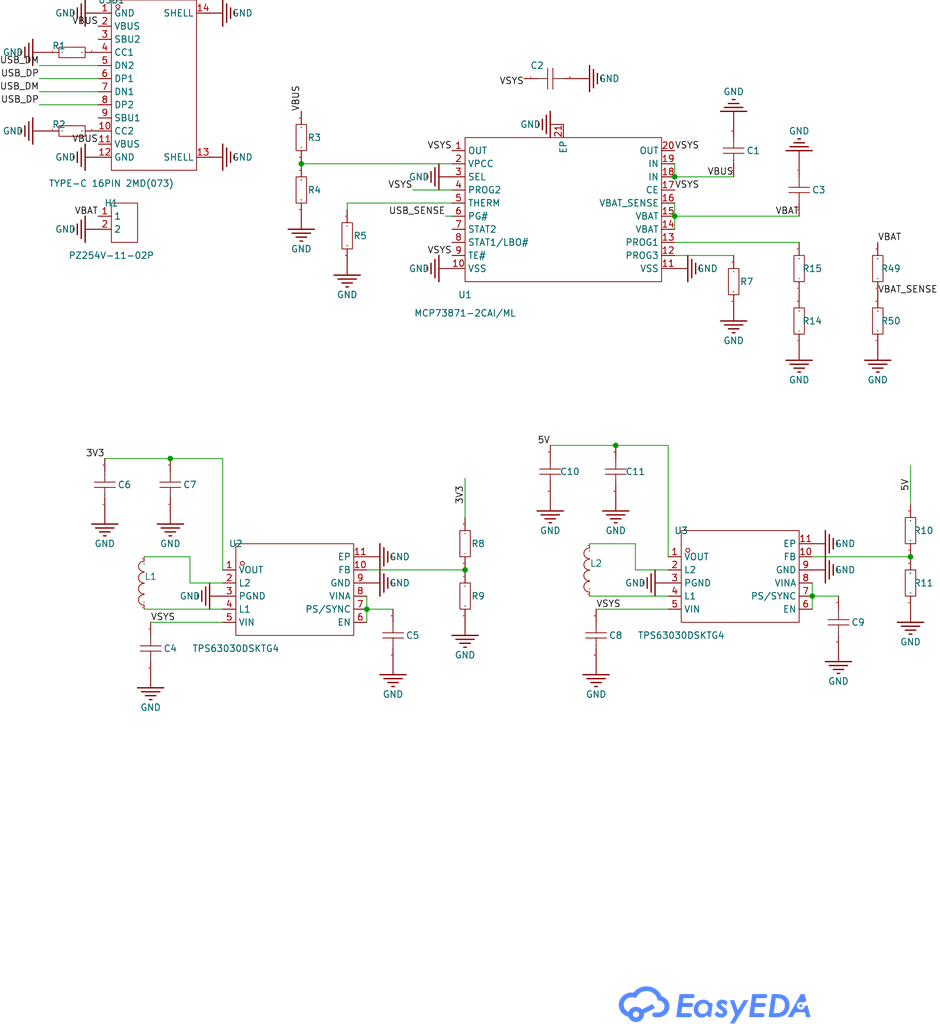
<source format=kicad_sch>
(kicad_sch (version 20250114) (generator "eeschema") (generator_version "9.0")
  (paper "User" 182.245 198.552)
  (lib_symbols
    (symbol "EasyEDA-Pr-easyedapro:CAP"
      (symbol "CAP_1_0"
        (pin input line (at -5.08 0 0) (length 2.54) (name "2") (number "2"))
        (pin input line (at 5.08 0 180) (length 2.54) (name "1") (number "1"))
      )
    )
    (symbol "EasyEDA-Pr-easyedapro:Drawing-Symbol_A4")
    (symbol "EasyEDA-Pr-easyedapro:Ground-GND" (power) (pin_numbers (hide yes)) (pin_names (hide yes))
      (property "Value" "GND" (at 0 -6.35 0))
      (symbol "Ground-GND_1_0"
        (pin power_in line (at 0 0 270) (length 2.54) (name "GND") (number "1"))
      )
    )
    (symbol "EasyEDA-Pr-easyedapro:MCP73871-2CAI/ML"
      (property "Reference" "U" (at 0 0 0))
      (symbol "MCP73871-2CAI/ML_1_0"
        (pin unspecified line (at -21.59 11.43 0) (length 2.54) (name "OUT") (number "1"))
        (pin unspecified line (at -21.59 8.89 0) (length 2.54) (name "VPCC") (number "2"))
        (pin unspecified line (at -21.59 6.35 0) (length 2.54) (name "SEL") (number "3"))
        (pin unspecified line (at -21.59 3.81 0) (length 2.54) (name "PROG2") (number "4"))
        (pin unspecified line (at -21.59 1.27 0) (length 2.54) (name "THERM") (number "5"))
        (pin unspecified line (at -21.59 -1.27 0) (length 2.54) (name "PG#") (number "6"))
        (pin unspecified line (at -21.59 -3.81 0) (length 2.54) (name "STAT2") (number "7"))
        (pin unspecified line (at -21.59 -6.35 0) (length 2.54) (name "STAT1/LBO#") (number "8"))
        (pin unspecified line (at -21.59 -8.89 0) (length 2.54) (name "TE#") (number "9"))
        (pin unspecified line (at -21.59 -11.43 0) (length 2.54) (name "VSS") (number "10"))
        (pin unspecified line (at 0 16.51 270) (length 2.54) (name "EP") (number "21"))
        (pin unspecified line (at 21.59 11.43 180) (length 2.54) (name "OUT") (number "20"))
        (pin unspecified line (at 21.59 8.89 180) (length 2.54) (name "IN") (number "19"))
        (pin unspecified line (at 21.59 6.35 180) (length 2.54) (name "IN") (number "18"))
        (pin unspecified line (at 21.59 3.81 180) (length 2.54) (name "CE") (number "17"))
        (pin unspecified line (at 21.59 1.27 180) (length 2.54) (name "VBAT_SENSE") (number "16"))
        (pin unspecified line (at 21.59 -1.27 180) (length 2.54) (name "VBAT") (number "15"))
        (pin unspecified line (at 21.59 -3.81 180) (length 2.54) (name "VBAT") (number "14"))
        (pin unspecified line (at 21.59 -6.35 180) (length 2.54) (name "PROG1") (number "13"))
        (pin unspecified line (at 21.59 -8.89 180) (length 2.54) (name "PROG3") (number "12"))
        (pin unspecified line (at 21.59 -11.43 180) (length 2.54) (name "VSS") (number "11"))
      )
    )
    (symbol "EasyEDA-Pr-easyedapro:PZ254V-11-02P"
      (property "Reference" "H" (at 0 0 0))
      (symbol "PZ254V-11-02P_1_0"
        (pin unspecified line (at -5.08 1.27 0) (length 2.54) (name "1") (number "1"))
        (pin unspecified line (at -5.08 -1.27 0) (length 2.54) (name "2") (number "2"))
      )
    )
    (symbol "EasyEDA-Pr-easyedapro:Res"
      (symbol "Res_1_0"
        (pin input line (at -5.08 0 0) (length 2.54) (name "1") (number "1"))
        (pin input line (at 5.08 0 180) (length 2.54) (name "2") (number "2"))
      )
    )
    (symbol "EasyEDA-Pr-easyedapro:TPS63030DSKTG4"
      (property "Reference" "U" (at 0 0 0))
      (symbol "TPS63030DSKTG4_1_0"
        (pin input line (at -13.97 3.81 0) (length 2.54) (name "VOUT") (number "1"))
        (pin input line (at -13.97 1.27 0) (length 2.54) (name "L2") (number "2"))
        (pin input line (at -13.97 -1.27 0) (length 2.54) (name "PGND") (number "3"))
        (pin input line (at -13.97 -3.81 0) (length 2.54) (name "L1") (number "4"))
        (pin input line (at -13.97 -6.35 0) (length 2.54) (name "VIN") (number "5"))
        (pin input line (at 13.97 6.35 180) (length 2.54) (name "EP") (number "11"))
        (pin input line (at 13.97 3.81 180) (length 2.54) (name "FB") (number "10"))
        (pin input line (at 13.97 1.27 180) (length 2.54) (name "GND") (number "9"))
        (pin input line (at 13.97 -1.27 180) (length 2.54) (name "VINA") (number "8"))
        (pin input line (at 13.97 -3.81 180) (length 2.54) (name "PS/SYNC") (number "7"))
        (pin input line (at 13.97 -6.35 180) (length 2.54) (name "EN") (number "6"))
      )
    )
    (symbol "EasyEDA-Pr-easyedapro:TYPE-C 16PIN 2MD(073)"
      (property "Reference" "USB" (at 0 0 0))
      (symbol "TYPE-C 16PIN 2MD(073)_1_0"
        (pin unspecified line (at -11.43 13.97 0) (length 2.54) (name "GND") (number "1"))
        (pin unspecified line (at -11.43 11.43 0) (length 2.54) (name "VBUS") (number "2"))
        (pin unspecified line (at -11.43 8.89 0) (length 2.54) (name "SBU2") (number "3"))
        (pin unspecified line (at -11.43 6.35 0) (length 2.54) (name "CC1") (number "4"))
        (pin unspecified line (at -11.43 3.81 0) (length 2.54) (name "DN2") (number "5"))
        (pin unspecified line (at -11.43 1.27 0) (length 2.54) (name "DP1") (number "6"))
        (pin unspecified line (at -11.43 -1.27 0) (length 2.54) (name "DN1") (number "7"))
        (pin unspecified line (at -11.43 -3.81 0) (length 2.54) (name "DP2") (number "8"))
        (pin unspecified line (at -11.43 -6.35 0) (length 2.54) (name "SBU1") (number "9"))
        (pin unspecified line (at -11.43 -8.89 0) (length 2.54) (name "CC2") (number "10"))
        (pin unspecified line (at -11.43 -11.43 0) (length 2.54) (name "VBUS") (number "11"))
        (pin unspecified line (at -11.43 -13.97 0) (length 2.54) (name "GND") (number "12"))
        (pin unspecified line (at 10.16 13.97 180) (length 2.54) (name "SHELL") (number "14"))
        (pin unspecified line (at 10.16 -13.97 180) (length 2.54) (name "SHELL") (number "13"))
      )
    )
    (symbol "EasyEDA-Pr-easyedapro:电感"
      (symbol "电感_1_0"
        (pin input line (at -5.08 0 0) (length 0.762) (name "1") (number "1"))
        (pin input line (at 5.08 0 180) (length 0.762) (name "2") (number "2"))
      )
    )
  )
  (junction (at 119.38 86.36))
  (junction (at 176.53 107.95))
  (junction (at 130.81 34.29))
  (junction (at 90.17 110.49))
  (junction (at 58.42 31.75))
  (junction (at 130.81 41.91))
  (junction (at 71.12 118.11))
  (junction (at 33.02 88.9))
  (junction (at 157.48 115.57))
  (wire (pts (xy 19.05 17.78) (xy 7.62 17.78)))
  (wire (pts (xy 43.18 118.11) (xy 27.94 118.11)))
  (wire (pts (xy 154.94 41.91) (xy 130.81 41.91)))
  (wire (pts (xy 33.02 88.9) (xy 20.32 88.9)))
  (wire (pts (xy 43.18 113.03) (xy 36.83 113.03)))
  (wire (pts (xy 176.53 90.17) (xy 176.53 97.79)))
  (wire (pts (xy 36.83 107.95) (xy 36.83 113.03)))
  (wire (pts (xy 130.81 31.75) (xy 130.81 34.29)))
  (wire (pts (xy 157.48 115.57) (xy 157.48 113.03)))
  (wire (pts (xy 36.83 107.95) (xy 27.94 107.95)))
  (wire (pts (xy 142.24 49.53) (xy 130.81 49.53)))
  (wire (pts (xy 90.17 110.49) (xy 71.12 110.49)))
  (wire (pts (xy 119.38 86.36) (xy 129.54 86.36)))
  (wire (pts (xy 87.63 31.75) (xy 58.42 31.75)))
  (wire (pts (xy 33.02 88.9) (xy 43.18 88.9)))
  (wire (pts (xy 43.18 110.49) (xy 43.18 88.9)))
  (wire (pts (xy 119.38 86.36) (xy 106.68 86.36)))
  (wire (pts (xy 123.19 105.41) (xy 114.3 105.41)))
  (wire (pts (xy 67.31 39.37) (xy 67.31 40.64)))
  (wire (pts (xy 71.12 120.65) (xy 71.12 118.11)))
  (wire (pts (xy 87.63 39.37) (xy 67.31 39.37)))
  (wire (pts (xy 142.24 34.29) (xy 130.81 34.29)))
  (wire (pts (xy 19.05 15.24) (xy 7.62 15.24)))
  (wire (pts (xy 71.12 118.11) (xy 76.2 118.11)))
  (wire (pts (xy 130.81 41.91) (xy 130.81 44.45)))
  (wire (pts (xy 19.05 12.7) (xy 7.62 12.7)))
  (wire (pts (xy 123.19 105.41) (xy 123.19 110.49)))
  (wire (pts (xy 154.94 46.99) (xy 130.81 46.99)))
  (wire (pts (xy 176.53 107.95) (xy 157.48 107.95)))
  (wire (pts (xy 157.48 118.11) (xy 157.48 115.57)))
  (wire (pts (xy 129.54 110.49) (xy 123.19 110.49)))
  (wire (pts (xy 157.48 115.57) (xy 162.56 115.57)))
  (wire (pts (xy 19.05 20.32) (xy 7.62 20.32)))
  (wire (pts (xy 86.36 41.91) (xy 87.63 41.91)))
  (wire (pts (xy 129.54 115.57) (xy 114.3 115.57)))
  (wire (pts (xy 80.01 36.83) (xy 87.63 36.83)))
  (wire (pts (xy 115.57 118.11) (xy 129.54 118.11)))
  (wire (pts (xy 129.54 107.95) (xy 129.54 86.36)))
  (wire (pts (xy 71.12 118.11) (xy 71.12 115.57)))
  (wire (pts (xy 29.21 120.65) (xy 43.18 120.65)))
  (wire (pts (xy 90.17 92.71) (xy 90.17 100.33)))
  (wire (pts (xy 130.81 41.91) (xy 130.81 39.37)))
  (label "VBAT" (at 19.05 41.91 180))
  (label "VSYS" (at 87.63 49.53 180))
  (label "VBUS" (at 19.05 27.94 180))
  (label "5V" (at 106.68 86.36 180))
  (label "VBUS" (at 58.42 21.59 90))
  (label "VBAT" (at 154.94 41.91 180))
  (label "VBAT" (at 170.18 46.99 0))
  (label "3V3" (at 20.32 88.9 180))
  (label "VSYS" (at 130.81 29.21 0))
  (label "VSYS" (at 101.6 15.24 180))
  (label "5V" (at 176.53 95.25 90))
  (label "VBAT_SENSE" (at 170.18 57.15 0))
  (label "3V3" (at 90.17 97.79 90))
  (label "VBUS" (at 142.24 34.29 180))
  (label "USB_DP" (at 7.62 15.24 180))
  (label "VSYS" (at 80.01 36.83 180))
  (label "USB_DM" (at 7.62 17.78 180))
  (label "VSYS" (at 87.63 29.21 180))
  (label "VBUS" (at 19.05 5.08 180))
  (label "USB_SENSE" (at 86.36 41.91 180))
  (label "VSYS" (at 130.81 36.83 0))
  (label "VSYS" (at 115.57 118.11 0))
  (label "VSYS" (at 29.21 120.65 0))
  (label "USB_DM" (at 7.62 12.7 180))
  (label "USB_DP" (at 7.62 20.32 180))
  (symbol (lib_id "EasyEDA-Pr-easyedapro:Ground-GND") (at 29.21 130.81 0) (unit 1)
    (property "Reference" "#PWR?" (effects (hide yes)))
    (property "Value" "GND" (at 29.21 137.16 0))
    (property "Footprint" "EasyEDA-Pr-easyedapro:" (effects (hide yes)))
  )
  (symbol (lib_id "EasyEDA-Pr-easyedapro:Ground-GND") (at 71.12 113.03 90) (unit 1)
    (property "Reference" "#PWR?" (effects (hide yes)))
    (property "Value" "GND" (at 77.47 113.03 90))
    (property "Footprint" "EasyEDA-Pr-easyedapro:" (effects (hide yes)))
  )
  (symbol (lib_id "EasyEDA-Pr-easyedapro:Ground-GND") (at 76.2 128.27 0) (unit 1)
    (property "Reference" "#PWR?" (effects (hide yes)))
    (property "Value" "GND" (at 76.2 134.62 0))
    (property "Footprint" "EasyEDA-Pr-easyedapro:" (effects (hide yes)))
  )
  (symbol (lib_id "EasyEDA-Pr-easyedapro:Ground-GND") (at 87.63 52.07 270) (unit 1)
    (property "Reference" "#PWR?" (effects (hide yes)))
    (property "Value" "GND" (at 81.28 52.07 90))
    (property "Footprint" "EasyEDA-Pr-easyedapro:" (effects (hide yes)))
  )
  (symbol (lib_id "EasyEDA-Pr-easyedapro:Res") (at 90.17 115.57 90) (unit 1)
    (property "Reference" "R9" (at 92.71 115.57 90))
    (property "Value" "200kΩ" (effects (hide yes)))
    (property "Footprint" "EasyEDA-Pr-easyedapro:R0603" (effects (hide yes)))
    (property "Datasheet" "https://atta.szlcsc.com/upload/public/pdf/source/20220823/E5DDB4243192CD3C8AE9677163F934FF.pdf" (effects (hide yes)))
    (property "Description" "Type:Thick Film Resistor Resistance:200kΩ Tolerance:±1% Tolerance:±1% Power(Watts):100mW Voltage-Supply(Max):75V Operating Temperature:-55℃~+155℃ Operating Temperature:-55℃~+155℃" (effects (hide yes)))
    (property "Manufacturer Part" "SCR0603F200K" (effects (hide yes)))
    (property "Manufacturer" "VO(翔胜)" (effects (hide yes)))
    (property "Supplier Part" "C5140262" (effects (hide yes)))
    (property "Supplier" "LCSC" (effects (hide yes)))
    (property "LCSC Part Name" "厚膜电阻 200kΩ ±1% 100mW" (effects (hide yes)))
  )
  (symbol (lib_id "EasyEDA-Pr-easyedapro:Ground-GND") (at 111.76 15.24 90) (unit 1)
    (property "Reference" "#PWR?" (effects (hide yes)))
    (property "Value" "GND" (at 118.11 15.24 90))
    (property "Footprint" "EasyEDA-Pr-easyedapro:" (effects (hide yes)))
  )
  (symbol (lib_id "EasyEDA-Pr-easyedapro:Ground-GND") (at 20.32 99.06 0) (unit 1)
    (property "Reference" "#PWR?" (effects (hide yes)))
    (property "Value" "GND" (at 20.32 105.41 0))
    (property "Footprint" "EasyEDA-Pr-easyedapro:" (effects (hide yes)))
  )
  (symbol (lib_id "EasyEDA-Pr-easyedapro:Ground-GND") (at 8.89 25.4 270) (unit 1)
    (property "Reference" "#PWR?" (effects (hide yes)))
    (property "Value" "GND" (at 2.54 25.4 90))
    (property "Footprint" "EasyEDA-Pr-easyedapro:" (effects (hide yes)))
  )
  (symbol (lib_id "EasyEDA-Pr-easyedapro:Ground-GND") (at 109.22 24.13 270) (unit 1)
    (property "Reference" "#PWR?" (effects (hide yes)))
    (property "Value" "GND" (at 102.87 24.13 90))
    (property "Footprint" "EasyEDA-Pr-easyedapro:" (effects (hide yes)))
  )
  (symbol (lib_id "EasyEDA-Pr-easyedapro:CAP") (at 162.56 120.65 90) (unit 1)
    (property "Reference" "C9" (at 166.37 120.65 90))
    (property "Value" "100nF" (effects (hide yes)))
    (property "Footprint" "EasyEDA-Pr-easyedapro:C0603" (effects (hide yes)))
    (property "Datasheet" "https://item.szlcsc.com/datasheet/CC0603KRX7R9BB104/15331.html" (effects (hide yes)))
    (property "Description" "Capacitance:100nF Tolerance:±10% Tolerance:±10% Voltage Rating:50V Temperature Coefficient:X7R" (effects (hide yes)))
    (property "Manufacturer Part" "CC0603KRX7R9BB104" (effects (hide yes)))
    (property "Manufacturer" "YAGEO(国巨)" (effects (hide yes)))
    (property "Supplier Part" "C14663" (effects (hide yes)))
    (property "Supplier" "LCSC" (effects (hide yes)))
    (property "LCSC Part Name" "100nF ±10% 50V" (effects (hide yes)))
  )
  (symbol (lib_id "EasyEDA-Pr-easyedapro:Ground-GND") (at 33.02 99.06 0) (unit 1)
    (property "Reference" "#PWR?" (effects (hide yes)))
    (property "Value" "GND" (at 33.02 105.41 0))
    (property "Footprint" "EasyEDA-Pr-easyedapro:" (effects (hide yes)))
  )
  (symbol (lib_id "EasyEDA-Pr-easyedapro:Res") (at 90.17 105.41 90) (unit 1)
    (property "Reference" "R8" (at 92.71 105.41 90))
    (property "Value" "1.13MΩ" (effects (hide yes)))
    (property "Footprint" "EasyEDA-Pr-easyedapro:R0603" (effects (hide yes)))
    (property "Datasheet" "https://item.szlcsc.com/datasheet/RTT031134FTP/178290.html" (effects (hide yes)))
    (property "Description" "Type:Thick Film Resistor Resistance:1.13MΩ Tolerance:±1% Tolerance:±1% Power(Watts):100mW Voltage-Supply(Max):75V Temperature Coefficient:±100ppm/℃ Temperature Coefficient:±100ppm/℃ Operating Temperature:-55℃~+155℃ Operating Temperature:-55℃~+155℃" (effects (hide yes)))
    (property "Manufacturer Part" "RTT031134FTP" (effects (hide yes)))
    (property "Manufacturer" "RALEC(旺诠)" (effects (hide yes)))
    (property "Supplier Part" "C166907" (effects (hide yes)))
    (property "Supplier" "LCSC" (effects (hide yes)))
    (property "LCSC Part Name" "厚膜电阻 1.13MΩ ±1% 100mW" (effects (hide yes)))
  )
  (symbol (lib_id "EasyEDA-Pr-easyedapro:MCP73871-2CAI/ML") (at 109.22 40.64 0) (unit 1)
    (property "Reference" "U1" (at 90.17 57.15 0))
    (property "Value" "MCP73871-2CAI/ML" (at 90.17 60.706 0))
    (property "Footprint" "EasyEDA-Pr-easyedapro:QFN-20_L4.0-W4.0-P0.50-BL-EP2.7" (effects (hide yes)))
    (property "Datasheet" "https://item.szlcsc.com/datasheet/MCP73871-2CAI%252FML/197008.html" (effects (hide yes)))
    (property "Description" "The Chip Type:Charging IC Voltage - Supply:4.6V~6V Voltage - Supply:4.6V~6V Charge Current - Max:1.8A Charging Saturation Voltage:4.2V Type of Battery:- Number of Cells:1 Number of Cells:1 Operating Temperature:-40°C~+85°C Operating Temperature:-40°C~+85°C Ba" (effects (hide yes)))
    (property "Manufacturer Part" "MCP73871-2CAI/ML" (effects (hide yes)))
    (property "Manufacturer" "MICROCHIP(美国微芯)" (effects (hide yes)))
    (property "Supplier Part" "C185603" (effects (hide yes)))
    (property "Supplier" "LCSC" (effects (hide yes)))
    (property "LCSC Part Name" "独立系统负载共享及锂离子/锂聚合物电池充电管理控制器" (effects (hide yes)))
  )
  (symbol (lib_id "EasyEDA-Pr-easyedapro:Res") (at 176.53 113.03 90) (unit 1)
    (property "Reference" "R11" (at 179.07 113.03 90))
    (property "Value" "200kΩ" (effects (hide yes)))
    (property "Footprint" "EasyEDA-Pr-easyedapro:R0603" (effects (hide yes)))
    (property "Datasheet" "https://atta.szlcsc.com/upload/public/pdf/source/20220823/E5DDB4243192CD3C8AE9677163F934FF.pdf" (effects (hide yes)))
    (property "Description" "Type:Thick Film Resistor Resistance:200kΩ Tolerance:±1% Tolerance:±1% Power(Watts):100mW Voltage-Supply(Max):75V Operating Temperature:-55℃~+155℃ Operating Temperature:-55℃~+155℃" (effects (hide yes)))
    (property "Manufacturer Part" "SCR0603F200K" (effects (hide yes)))
    (property "Manufacturer" "VO(翔胜)" (effects (hide yes)))
    (property "Supplier Part" "C5140262" (effects (hide yes)))
    (property "Supplier" "LCSC" (effects (hide yes)))
    (property "LCSC Part Name" "厚膜电阻 200kΩ ±1% 100mW" (effects (hide yes)))
  )
  (symbol (lib_id "EasyEDA-Pr-easyedapro:Res") (at 13.97 10.16 0) (unit 1)
    (property "Reference" "R1" (at 11.43 8.89 0))
    (property "Value" "5.1kΩ" (effects (hide yes)))
    (property "Footprint" "EasyEDA-Pr-easyedapro:R0603" (effects (hide yes)))
    (property "Datasheet" "https://item.szlcsc.com/datasheet/HoAR0603-1%252F10W-5.1KR-0.1%2525-TCR25/5717802.html" (effects (hide yes)))
    (property "Description" "Type:Ceramic resistor Resistance:5.1kΩ Tolerance:±0.1% Tolerance:±0.1% Power(Watts):1/10W Temperature Coefficient:±25ppm/℃ Temperature Coefficient:±25ppm/℃" (effects (hide yes)))
    (property "Manufacturer Part" "HoAR0603-1/10W-5.1KR-0.1%-TCR25" (effects (hide yes)))
    (property "Manufacturer" "Milliohm(毫欧)" (effects (hide yes)))
    (property "Supplier Part" "C5123587" (effects (hide yes)))
    (property "Supplier" "LCSC" (effects (hide yes)))
    (property "LCSC Part Name" "陶瓷电阻 5.1kΩ ±0.1% 100mW" (effects (hide yes)))
  )
  (symbol (lib_id "EasyEDA-Pr-easyedapro:Res") (at 67.31 45.72 90) (unit 1)
    (property "Reference" "R5" (at 69.85 45.72 90))
    (property "Value" "10kΩ" (effects (hide yes)))
    (property "Footprint" "EasyEDA-Pr-easyedapro:R0603" (effects (hide yes)))
    (property "Datasheet" "https://atta.szlcsc.com/upload/public/pdf/source/20220513/247AF9639BA21CF93567DC289CCC6A22.pdf" (effects (hide yes)))
    (property "Description" "Type:Thick Film Resistors Resistance: Tolerance:±5% Tolerance:±5% Power(Watts): Overload Voltage (Max): Operating Temperature Range:-55℃~+155℃ Operating Temperature Range:-55℃~+155℃" (effects (hide yes)))
    (property "Manufacturer Part" "SCR0603J10K" (effects (hide yes)))
    (property "Manufacturer" "VO(翔胜)" (effects (hide yes)))
    (property "Supplier Part" "C3017715" (effects (hide yes)))
    (property "Supplier" "LCSC" (effects (hide yes)))
    (property "LCSC Part Name" "厚膜电阻 10kΩ ±5% 100mW" (effects (hide yes)))
  )
  (symbol (lib_id "EasyEDA-Pr-easyedapro:Ground-GND") (at 40.64 30.48 90) (unit 1)
    (property "Reference" "#PWR?" (effects (hide yes)))
    (property "Value" "GND" (at 46.99 30.48 90))
    (property "Footprint" "EasyEDA-Pr-easyedapro:" (effects (hide yes)))
  )
  (symbol (lib_id "EasyEDA-Pr-easyedapro:Ground-GND") (at 154.94 31.75 180) (unit 1)
    (property "Reference" "#PWR?" (effects (hide yes)))
    (property "Value" "GND" (at 154.94 25.4 0))
    (property "Footprint" "EasyEDA-Pr-easyedapro:" (effects (hide yes)))
  )
  (symbol (lib_id "EasyEDA-Pr-easyedapro:Drawing-Symbol_A4") (at -5.08 201.93 0) (unit 1)
    (property "Reference" "?" (at -5.08 201.93 0))
    (property "Footprint" "EasyEDA-Pr-easyedapro:" (effects (hide yes)))
    (property "@Board Name" "Board1" (at -5.08 201.93 0))
    (property "@Create Date" "2025-12-25" (at -5.08 201.93 0))
    (property "@Create Time" "15:04:21" (at -5.08 201.93 0))
    (property "@Page Count" "3" (at -5.08 201.93 0))
    (property "@Page Name" "Power" (at -5.08 201.93 0))
    (property "@Page No" "1" (at -5.08 201.93 0))
    (property "@Project Name" "FurModularity 2" (at -5.08 201.93 0))
    (property "@Schematic Name" "Schematic1" (at -5.08 201.93 0))
    (property "@Update Date" "2025-12-27" (at -5.08 201.93 0))
    (property "@Update Time" "18:04:29" (at -5.08 201.93 0))
    (property "Blade Width" "10" (at -5.08 201.93 0))
    (property "Border" "1" (at -5.08 201.93 0))
    (property "Company" "housey2k.github.io" (at -5.08 201.93 0))
    (property "Height" "825" (at -5.08 201.93 0))
    (property "Page Size" "A4" (at -5.08 201.93 0))
    (property "Region Start" "1" (at -5.08 201.93 0))
    (property "Title Block" "1" (at -5.08 201.93 0))
    (property "Title Block Position" "3" (at -5.08 201.93 0))
    (property "Version" "V1.0" (at -5.08 201.93 0))
    (property "Width" "1170" (at -5.08 201.93 0))
    (property "X Region Count" "6" (at -5.08 201.93 0))
    (property "Y Region Count" "4" (at -5.08 201.93 0))
  )
  (symbol (lib_id "EasyEDA-Pr-easyedapro:Ground-GND") (at 170.18 67.31 0) (unit 1)
    (property "Reference" "#PWR?" (effects (hide yes)))
    (property "Value" "GND" (at 170.18 73.66 0))
    (property "Footprint" "EasyEDA-Pr-easyedapro:" (effects (hide yes)))
  )
  (symbol (lib_id "EasyEDA-Pr-easyedapro:Res") (at 58.42 36.83 90) (unit 1)
    (property "Reference" "R4" (at 60.96 36.83 90))
    (property "Value" "110kΩ" (effects (hide yes)))
    (property "Footprint" "EasyEDA-Pr-easyedapro:R0603" (effects (hide yes)))
    (property "Datasheet" "https://item.szlcsc.com/datasheet/PTFR0603B110KN9/2806377.html" (effects (hide yes)))
    (property "Description" "Type:Thin Film Resistor Resistance:110kΩ Tolerance:±0.1% Tolerance:±0.1% Power(Watts):100mW Voltage-Supply(Max):100V Temperature Coefficient:±10ppm/℃ Temperature Coefficient:±10ppm/℃ Operating Temperature:-55℃~+125℃ Operating Temperature:-55℃~+125℃" (effects (hide yes)))
    (property "Manufacturer Part" "PTFR0603B110KN9" (effects (hide yes)))
    (property "Manufacturer" "RESI(开步睿思)" (effects (hide yes)))
    (property "Supplier Part" "C2692888" (effects (hide yes)))
    (property "Supplier" "LCSC" (effects (hide yes)))
    (property "LCSC Part Name" "薄膜电阻 110kΩ ±0.1% 100mW" (effects (hide yes)))
  )
  (symbol (lib_id "EasyEDA-Pr-easyedapro:Ground-GND") (at 58.42 41.91 0) (unit 1)
    (property "Reference" "#PWR?" (effects (hide yes)))
    (property "Value" "GND" (at 58.42 48.26 0))
    (property "Footprint" "EasyEDA-Pr-easyedapro:" (effects (hide yes)))
  )
  (symbol (lib_id "EasyEDA-Pr-easyedapro:CAP") (at 20.32 93.98 90) (unit 1)
    (property "Reference" "C6" (at 24.13 93.98 90))
    (property "Value" "10uF" (effects (hide yes)))
    (property "Footprint" "EasyEDA-Pr-easyedapro:C0603" (effects (hide yes)))
    (property "Datasheet" "https://item.szlcsc.com/datasheet/C0603B106M007T/8060709.html" (effects (hide yes)))
    (property "Description" "Capacitance:10uF Tolerance:±20% Tolerance:±20% Voltage Rating:6.3V Temperature Coefficient:X5R" (effects (hide yes)))
    (property "Manufacturer Part" "C0603B106M007T" (effects (hide yes)))
    (property "Manufacturer" "IHHEC(禾伸堂)" (effects (hide yes)))
    (property "Supplier Part" "C7094065" (effects (hide yes)))
    (property "Supplier" "LCSC" (effects (hide yes)))
    (property "LCSC Part Name" "10uF ±20% 6.3V" (effects (hide yes)))
  )
  (symbol (lib_id "EasyEDA-Pr-easyedapro:CAP") (at 115.57 123.19 90) (unit 1)
    (property "Reference" "C8" (at 119.38 123.19 90))
    (property "Value" "10uF" (effects (hide yes)))
    (property "Footprint" "EasyEDA-Pr-easyedapro:C0603" (effects (hide yes)))
    (property "Datasheet" "https://item.szlcsc.com/datasheet/C0603B106M007T/8060709.html" (effects (hide yes)))
    (property "Description" "Capacitance:10uF Tolerance:±20% Tolerance:±20% Voltage Rating:6.3V Temperature Coefficient:X5R" (effects (hide yes)))
    (property "Manufacturer Part" "C0603B106M007T" (effects (hide yes)))
    (property "Manufacturer" "IHHEC(禾伸堂)" (effects (hide yes)))
    (property "Supplier Part" "C7094065" (effects (hide yes)))
    (property "Supplier" "LCSC" (effects (hide yes)))
    (property "LCSC Part Name" "10uF ±20% 6.3V" (effects (hide yes)))
  )
  (symbol (lib_id "EasyEDA-Pr-easyedapro:Res") (at 13.97 25.4 0) (unit 1)
    (property "Reference" "R2" (at 11.43 24.13 0))
    (property "Value" "5.1kΩ" (effects (hide yes)))
    (property "Footprint" "EasyEDA-Pr-easyedapro:R0603" (effects (hide yes)))
    (property "Datasheet" "https://item.szlcsc.com/datasheet/HoAR0603-1%252F10W-5.1KR-0.1%2525-TCR25/5717802.html" (effects (hide yes)))
    (property "Description" "Type:Ceramic resistor Resistance:5.1kΩ Tolerance:±0.1% Tolerance:±0.1% Power(Watts):1/10W Temperature Coefficient:±25ppm/℃ Temperature Coefficient:±25ppm/℃" (effects (hide yes)))
    (property "Manufacturer Part" "HoAR0603-1/10W-5.1KR-0.1%-TCR25" (effects (hide yes)))
    (property "Manufacturer" "Milliohm(毫欧)" (effects (hide yes)))
    (property "Supplier Part" "C5123587" (effects (hide yes)))
    (property "Supplier" "LCSC" (effects (hide yes)))
    (property "LCSC Part Name" "陶瓷电阻 5.1kΩ ±0.1% 100mW" (effects (hide yes)))
  )
  (symbol (lib_id "EasyEDA-Pr-easyedapro:CAP") (at 29.21 125.73 90) (unit 1)
    (property "Reference" "C4" (at 33.02 125.73 90))
    (property "Value" "10uF" (effects (hide yes)))
    (property "Footprint" "EasyEDA-Pr-easyedapro:C0603" (effects (hide yes)))
    (property "Datasheet" "https://item.szlcsc.com/datasheet/C0603B106M007T/8060709.html" (effects (hide yes)))
    (property "Description" "Capacitance:10uF Tolerance:±20% Tolerance:±20% Voltage Rating:6.3V Temperature Coefficient:X5R" (effects (hide yes)))
    (property "Manufacturer Part" "C0603B106M007T" (effects (hide yes)))
    (property "Manufacturer" "IHHEC(禾伸堂)" (effects (hide yes)))
    (property "Supplier Part" "C7094065" (effects (hide yes)))
    (property "Supplier" "LCSC" (effects (hide yes)))
    (property "LCSC Part Name" "10uF ±20% 6.3V" (effects (hide yes)))
  )
  (symbol (lib_id "EasyEDA-Pr-easyedapro:Ground-GND") (at 142.24 59.69 0) (unit 1)
    (property "Reference" "#PWR?" (effects (hide yes)))
    (property "Value" "GND" (at 142.24 66.04 0))
    (property "Footprint" "EasyEDA-Pr-easyedapro:" (effects (hide yes)))
  )
  (symbol (lib_id "EasyEDA-Pr-easyedapro:Ground-GND") (at 176.53 118.11 0) (unit 1)
    (property "Reference" "#PWR?" (effects (hide yes)))
    (property "Value" "GND" (at 176.53 124.46 0))
    (property "Footprint" "EasyEDA-Pr-easyedapro:" (effects (hide yes)))
  )
  (symbol (lib_id "EasyEDA-Pr-easyedapro:CAP") (at 33.02 93.98 90) (unit 1)
    (property "Reference" "C7" (at 36.83 93.98 90))
    (property "Value" "10uF" (effects (hide yes)))
    (property "Footprint" "EasyEDA-Pr-easyedapro:C0603" (effects (hide yes)))
    (property "Datasheet" "https://item.szlcsc.com/datasheet/C0603B106M007T/8060709.html" (effects (hide yes)))
    (property "Description" "Capacitance:10uF Tolerance:±20% Tolerance:±20% Voltage Rating:6.3V Temperature Coefficient:X5R" (effects (hide yes)))
    (property "Manufacturer Part" "C0603B106M007T" (effects (hide yes)))
    (property "Manufacturer" "IHHEC(禾伸堂)" (effects (hide yes)))
    (property "Supplier Part" "C7094065" (effects (hide yes)))
    (property "Supplier" "LCSC" (effects (hide yes)))
    (property "LCSC Part Name" "10uF ±20% 6.3V" (effects (hide yes)))
  )
  (symbol (lib_id "EasyEDA-Pr-easyedapro:Res") (at 154.94 52.07 90) (unit 1)
    (property "Reference" "R15" (at 157.48 52.07 90))
    (property "Value" "1kΩ" (effects (hide yes)))
    (property "Footprint" "EasyEDA-Pr-easyedapro:R0603" (effects (hide yes)))
    (property "Datasheet" "https://item.szlcsc.com/datasheet/0603WAF1001T5E/21904.html" (effects (hide yes)))
    (property "Description" "Type:Thick Film Resistor Resistance:1kΩ Tolerance:±1% Tolerance:±1% Power(Watts):100mW Voltage-Supply(Max):75V Temperature Coefficient:±100ppm/℃ Temperature Coefficient:±100ppm/℃ Operating Temperature:-55℃~+155℃ Operating Temperature:-55℃~+155℃" (effects (hide yes)))
    (property "Manufacturer Part" "0603WAF1001T5E" (effects (hide yes)))
    (property "Manufacturer" "UNI-ROYAL(厚声)" (effects (hide yes)))
    (property "Supplier Part" "C21190" (effects (hide yes)))
    (property "Supplier" "LCSC" (effects (hide yes)))
    (property "LCSC Part Name" "1kΩ ±1% 100mW 厚膜电阻" (effects (hide yes)))
  )
  (symbol (lib_id "EasyEDA-Pr-easyedapro:Ground-GND") (at 142.24 24.13 180) (unit 1)
    (property "Reference" "#PWR?" (effects (hide yes)))
    (property "Value" "GND" (at 142.24 17.78 0))
    (property "Footprint" "EasyEDA-Pr-easyedapro:" (effects (hide yes)))
  )
  (symbol (lib_id "EasyEDA-Pr-easyedapro:Ground-GND") (at 19.05 44.45 270) (unit 1)
    (property "Reference" "#PWR?" (effects (hide yes)))
    (property "Value" "GND" (at 12.7 44.45 90))
    (property "Footprint" "EasyEDA-Pr-easyedapro:" (effects (hide yes)))
  )
  (symbol (lib_id "EasyEDA-Pr-easyedapro:Res") (at 154.94 62.23 90) (unit 1)
    (property "Reference" "R14" (at 157.48 62.23 90))
    (property "Value" "1kΩ" (effects (hide yes)))
    (property "Footprint" "EasyEDA-Pr-easyedapro:R0603" (effects (hide yes)))
    (property "Datasheet" "https://item.szlcsc.com/datasheet/0603WAF1001T5E/21904.html" (effects (hide yes)))
    (property "Description" "Type:Thick Film Resistor Resistance:1kΩ Tolerance:±1% Tolerance:±1% Power(Watts):100mW Voltage-Supply(Max):75V Temperature Coefficient:±100ppm/℃ Temperature Coefficient:±100ppm/℃ Operating Temperature:-55℃~+155℃ Operating Temperature:-55℃~+155℃" (effects (hide yes)))
    (property "Manufacturer Part" "0603WAF1001T5E" (effects (hide yes)))
    (property "Manufacturer" "UNI-ROYAL(厚声)" (effects (hide yes)))
    (property "Supplier Part" "C21190" (effects (hide yes)))
    (property "Supplier" "LCSC" (effects (hide yes)))
    (property "LCSC Part Name" "1kΩ ±1% 100mW 厚膜电阻" (effects (hide yes)))
  )
  (symbol (lib_id "EasyEDA-Pr-easyedapro:Ground-GND") (at 154.94 67.31 0) (unit 1)
    (property "Reference" "#PWR?" (effects (hide yes)))
    (property "Value" "GND" (at 154.94 73.66 0))
    (property "Footprint" "EasyEDA-Pr-easyedapro:" (effects (hide yes)))
  )
  (symbol (lib_id "EasyEDA-Pr-easyedapro:Ground-GND") (at 119.38 96.52 0) (unit 1)
    (property "Reference" "#PWR?" (effects (hide yes)))
    (property "Value" "GND" (at 119.38 102.87 0))
    (property "Footprint" "EasyEDA-Pr-easyedapro:" (effects (hide yes)))
  )
  (symbol (lib_id "EasyEDA-Pr-easyedapro:Ground-GND") (at 115.57 128.27 0) (unit 1)
    (property "Reference" "#PWR?" (effects (hide yes)))
    (property "Value" "GND" (at 115.57 134.62 0))
    (property "Footprint" "EasyEDA-Pr-easyedapro:" (effects (hide yes)))
  )
  (symbol (lib_id "EasyEDA-Pr-easyedapro:电感") (at 27.94 113.03 90) (unit 1)
    (property "Reference" "L1" (at 29.21 111.76 90))
    (property "Value" "1.5uH" (effects (hide yes)))
    (property "Footprint" "EasyEDA-Pr-easyedapro:L0603" (effects (hide yes)))
    (property "Datasheet" "https://item.szlcsc.com/datasheet/LB3218T1R5M/223665.html" (effects (hide yes)))
    (property "Description" "Inductance:1.5uH Tolerance:±20% Tolerance:±20% Current Rating:860mA Current - Saturation (Isat):- DC Resistance(DCR):70mΩ Q @ Frequency:- Frequency - Self Resonant:80MHz Ratings:- Type:Wirewound Chip Inductor" (effects (hide yes)))
    (property "Manufacturer Part" "LB3218T1R5M" (effects (hide yes)))
    (property "Manufacturer" "TAIYO YUDEN(太诱)" (effects (hide yes)))
    (property "Supplier Part" "C223380" (effects (hide yes)))
    (property "Supplier" "LCSC" (effects (hide yes)))
    (property "LCSC Part Name" "1.5uH ±20%" (effects (hide yes)))
  )
  (symbol (lib_id "EasyEDA-Pr-easyedapro:TYPE-C 16PIN 2MD(073)") (at 30.48 16.51 0) (unit 1)
    (property "Reference" "USB1" (at 21.59 0 0))
    (property "Value" "TYPE-C 16PIN 2MD(073)" (at 21.59 35.56 0))
    (property "Footprint" "EasyEDA-Pr-easyedapro:USB-C-SMD_TYPE-C-6PIN-2MD-073" (effects (hide yes)))
    (property "Datasheet" "https://item.szlcsc.com/datasheet/TYPE-C%252016PIN%25202MD(073)/2901843.html" (effects (hide yes)))
    (property "Description" "Connector Type:Type-C Protocol Standard:- Gender:Female Mounting Type:Surface Mount, Right Angle Number of Contacts:16P Number of Ports:1 Current Rating-Power:3A Voltage Rating:5V Connect-Disconnect Life:5,000 Cycles Supplementary Features:- Center Height" (effects (hide yes)))
    (property "Manufacturer Part" "TYPE-C 16PIN 2MD(073)" (effects (hide yes)))
    (property "Manufacturer" "SHOU HAN(首韩)" (effects (hide yes)))
    (property "Supplier Part" "C2765186" (effects (hide yes)))
    (property "Supplier" "LCSC" (effects (hide yes)))
    (property "LCSC Part Name" "Type-C 母 卧贴" (effects (hide yes)))
  )
  (symbol (lib_id "EasyEDA-Pr-easyedapro:Res") (at 142.24 54.61 90) (unit 1)
    (property "Reference" "R7" (at 144.78 54.61 90))
    (property "Value" "100kΩ" (effects (hide yes)))
    (property "Footprint" "EasyEDA-Pr-easyedapro:R0603" (effects (hide yes)))
    (property "Datasheet" "https://atta.szlcsc.com/upload/public/pdf/source/20220513/247AF9639BA21CF93567DC289CCC6A22.pdf" (effects (hide yes)))
    (property "Description" "Type:Thick Film Resistors Resistance: Tolerance:±1% Tolerance:±1% Power(Watts): Overload Voltage (Max): Operating Temperature Range:-55℃~+155℃ Operating Temperature Range:-55℃~+155℃" (effects (hide yes)))
    (property "Manufacturer Part" "SCR0603F100K" (effects (hide yes)))
    (property "Manufacturer" "VO(翔胜)" (effects (hide yes)))
    (property "Supplier Part" "C3016388" (effects (hide yes)))
    (property "Supplier" "LCSC" (effects (hide yes)))
    (property "LCSC Part Name" "厚膜电阻 100kΩ ±1% 100mW" (effects (hide yes)))
  )
  (symbol (lib_id "EasyEDA-Pr-easyedapro:Ground-GND") (at 162.56 125.73 0) (unit 1)
    (property "Reference" "#PWR?" (effects (hide yes)))
    (property "Value" "GND" (at 162.56 132.08 0))
    (property "Footprint" "EasyEDA-Pr-easyedapro:" (effects (hide yes)))
  )
  (symbol (lib_id "EasyEDA-Pr-easyedapro:电感") (at 114.3 110.49 90) (unit 1)
    (property "Reference" "L2" (at 115.57 109.22 90))
    (property "Value" "1.5uH" (effects (hide yes)))
    (property "Footprint" "EasyEDA-Pr-easyedapro:L0603" (effects (hide yes)))
    (property "Datasheet" "https://item.szlcsc.com/datasheet/LB3218T1R5M/223665.html" (effects (hide yes)))
    (property "Description" "Inductance:1.5uH Tolerance:±20% Tolerance:±20% Current Rating:860mA Current - Saturation (Isat):- DC Resistance(DCR):70mΩ Q @ Frequency:- Frequency - Self Resonant:80MHz Ratings:- Type:Wirewound Chip Inductor" (effects (hide yes)))
    (property "Manufacturer Part" "LB3218T1R5M" (effects (hide yes)))
    (property "Manufacturer" "TAIYO YUDEN(太诱)" (effects (hide yes)))
    (property "Supplier Part" "C223380" (effects (hide yes)))
    (property "Supplier" "LCSC" (effects (hide yes)))
    (property "LCSC Part Name" "1.5uH ±20%" (effects (hide yes)))
  )
  (symbol (lib_id "EasyEDA-Pr-easyedapro:Ground-GND") (at 19.05 30.48 270) (unit 1)
    (property "Reference" "#PWR?" (effects (hide yes)))
    (property "Value" "GND" (at 12.7 30.48 90))
    (property "Footprint" "EasyEDA-Pr-easyedapro:" (effects (hide yes)))
  )
  (symbol (lib_id "EasyEDA-Pr-easyedapro:CAP") (at 76.2 123.19 90) (unit 1)
    (property "Reference" "C5" (at 80.01 123.19 90))
    (property "Value" "100nF" (effects (hide yes)))
    (property "Footprint" "EasyEDA-Pr-easyedapro:C0603" (effects (hide yes)))
    (property "Datasheet" "https://item.szlcsc.com/datasheet/CC0603KRX7R9BB104/15331.html" (effects (hide yes)))
    (property "Description" "Capacitance:100nF Tolerance:±10% Tolerance:±10% Voltage Rating:50V Temperature Coefficient:X7R" (effects (hide yes)))
    (property "Manufacturer Part" "CC0603KRX7R9BB104" (effects (hide yes)))
    (property "Manufacturer" "YAGEO(国巨)" (effects (hide yes)))
    (property "Supplier Part" "C14663" (effects (hide yes)))
    (property "Supplier" "LCSC" (effects (hide yes)))
    (property "LCSC Part Name" "100nF ±10% 50V" (effects (hide yes)))
  )
  (symbol (lib_id "EasyEDA-Pr-easyedapro:Res") (at 170.18 62.23 90) (unit 1)
    (property "Reference" "R50" (at 172.72 62.23 90))
    (property "Value" "1kΩ" (effects (hide yes)))
    (property "Footprint" "EasyEDA-Pr-easyedapro:R0603" (effects (hide yes)))
    (property "Datasheet" "https://item.szlcsc.com/datasheet/0603WAF1001T5E/21904.html" (effects (hide yes)))
    (property "Description" "Type:Thick Film Resistor Resistance:1kΩ Tolerance:±1% Tolerance:±1% Power(Watts):100mW Voltage-Supply(Max):75V Temperature Coefficient:±100ppm/℃ Temperature Coefficient:±100ppm/℃ Operating Temperature:-55℃~+155℃ Operating Temperature:-55℃~+155℃" (effects (hide yes)))
    (property "Manufacturer Part" "0603WAF1001T5E" (effects (hide yes)))
    (property "Manufacturer" "UNI-ROYAL(厚声)" (effects (hide yes)))
    (property "Supplier Part" "C21190" (effects (hide yes)))
    (property "Supplier" "LCSC" (effects (hide yes)))
    (property "LCSC Part Name" "1kΩ ±1% 100mW 厚膜电阻" (effects (hide yes)))
  )
  (symbol (lib_id "EasyEDA-Pr-easyedapro:TPS63030DSKTG4") (at 143.51 111.76 0) (unit 1)
    (property "Reference" "U3" (at 132.08 102.87 0))
    (property "Value" "TPS63030DSKTG4" (at 132.08 123.19 0))
    (property "Footprint" "EasyEDA-Pr-easyedapro:SON-10_L2.5-W2.5-P0.50-TL-EP" (effects (hide yes)))
    (property "Description" "Function:Buck-boost type Output Type:Adjustable Input Voltage:1.8V~5.5V Input Voltage:1.8V~5.5V Output Voltage:1.2V~5.5V Output Voltage:1.2V~5.5V Output Current (Max):900mA Switching Frequency:2.4MHz Operating Temperature:-40°C~+85°C@(TA) Operating Temperat" (effects (hide yes)))
    (property "Manufacturer Part" "TPS63030DSKTG4" (effects (hide yes)))
    (property "Manufacturer" "TI(德州仪器)" (effects (hide yes)))
    (property "Supplier Part" "C2072808" (effects (hide yes)))
    (property "Supplier" "LCSC" (effects (hide yes)))
    (property "LCSC Part Name" "TPS63030DSKTG4" (effects (hide yes)))
  )
  (symbol (lib_id "EasyEDA-Pr-easyedapro:CAP") (at 106.68 91.44 90) (unit 1)
    (property "Reference" "C10" (at 110.49 91.44 90))
    (property "Value" "10uF" (effects (hide yes)))
    (property "Footprint" "EasyEDA-Pr-easyedapro:C0603" (effects (hide yes)))
    (property "Datasheet" "https://item.szlcsc.com/datasheet/C0603B106M007T/8060709.html" (effects (hide yes)))
    (property "Description" "Capacitance:10uF Tolerance:±20% Tolerance:±20% Voltage Rating:6.3V Temperature Coefficient:X5R" (effects (hide yes)))
    (property "Manufacturer Part" "C0603B106M007T" (effects (hide yes)))
    (property "Manufacturer" "IHHEC(禾伸堂)" (effects (hide yes)))
    (property "Supplier Part" "C7094065" (effects (hide yes)))
    (property "Supplier" "LCSC" (effects (hide yes)))
    (property "LCSC Part Name" "10uF ±20% 6.3V" (effects (hide yes)))
  )
  (symbol (lib_id "EasyEDA-Pr-easyedapro:Ground-GND") (at 71.12 107.95 90) (unit 1)
    (property "Reference" "#PWR?" (effects (hide yes)))
    (property "Value" "GND" (at 77.47 107.95 90))
    (property "Footprint" "EasyEDA-Pr-easyedapro:" (effects (hide yes)))
  )
  (symbol (lib_id "EasyEDA-Pr-easyedapro:Ground-GND") (at 43.18 115.57 270) (mirror x) (unit 1)
    (property "Reference" "#PWR?" (effects (hide yes)))
    (property "Value" "GND" (at 36.83 115.57 90))
    (property "Footprint" "EasyEDA-Pr-easyedapro:" (effects (hide yes)))
  )
  (symbol (lib_id "EasyEDA-Pr-easyedapro:Ground-GND") (at 90.17 120.65 0) (unit 1)
    (property "Reference" "#PWR?" (effects (hide yes)))
    (property "Value" "GND" (at 90.17 127 0))
    (property "Footprint" "EasyEDA-Pr-easyedapro:" (effects (hide yes)))
  )
  (symbol (lib_id "EasyEDA-Pr-easyedapro:Res") (at 58.42 26.67 90) (unit 1)
    (property "Reference" "R3" (at 60.96 26.67 90))
    (property "Value" "330kΩ" (effects (hide yes)))
    (property "Footprint" "EasyEDA-Pr-easyedapro:R0603" (effects (hide yes)))
    (property "Datasheet" "https://item.szlcsc.com/datasheet/HPCR0603F330KK9/339361.html" (effects (hide yes)))
    (property "Description" "Type:Thick Film Resistors Resistance:330kΩ Tolerance:±1% Tolerance:±1% Power(Watts):- Voltage-Supply(Max):50V Temperature Coefficient:±100ppm/℃ Temperature Coefficient:±100ppm/℃ Operating Temperature:-55℃~+125℃ Operating Temperature:-55℃~+125℃" (effects (hide yes)))
    (property "Manufacturer Part" "HPCR0603F330KK9" (effects (hide yes)))
    (property "Manufacturer" "RESI(开步睿思)" (effects (hide yes)))
    (property "Supplier Part" "C365145" (effects (hide yes)))
    (property "Supplier" "LCSC" (effects (hide yes)))
    (property "LCSC Part Name" "厚膜电阻 330kΩ ±1%" (effects (hide yes)))
  )
  (symbol (lib_id "EasyEDA-Pr-easyedapro:Ground-GND") (at 130.81 52.07 90) (unit 1)
    (property "Reference" "#PWR?" (effects (hide yes)))
    (property "Value" "GND" (at 137.16 52.07 90))
    (property "Footprint" "EasyEDA-Pr-easyedapro:" (effects (hide yes)))
  )
  (symbol (lib_id "EasyEDA-Pr-easyedapro:Ground-GND") (at 19.05 2.54 270) (unit 1)
    (property "Reference" "#PWR?" (effects (hide yes)))
    (property "Value" "GND" (at 12.7 2.54 90))
    (property "Footprint" "EasyEDA-Pr-easyedapro:" (effects (hide yes)))
  )
  (symbol (lib_id "EasyEDA-Pr-easyedapro:PZ254V-11-02P") (at 24.13 43.18 0) (unit 1)
    (property "Reference" "H1" (at 21.59 39.37 0))
    (property "Value" "PZ254V-11-02P" (at 21.59 49.53 0))
    (property "Footprint" "EasyEDA-Pr-easyedapro:HDR-TH_2P-P2.54-V-M" (effects (hide yes)))
    (property "Datasheet" "https://item.szlcsc.com/datasheet/PZ254V-11-02P/502957.html" (effects (hide yes)))
    (property "Description" "Pin Structure:1x2P Pitch:2.54mm Row Spacing:- Circluar Pins/Square Pins:Pin Header Mounting Type:Through Hole Number of Rows:1 Number of Pins:2P Current Rating:- Voltage Rating (Max):- Length of Mating Pin:6mm Insulation Height:2.5mm Length of End Connect" (effects (hide yes)))
    (property "Manufacturer Part" "PZ254V-11-02P" (effects (hide yes)))
    (property "Manufacturer" "XFCN(兴飞)" (effects (hide yes)))
    (property "Supplier Part" "C492401" (effects (hide yes)))
    (property "Supplier" "LCSC" (effects (hide yes)))
    (property "LCSC Part Name" "1x2P 间距:2.54mm 方针 直插" (effects (hide yes)))
  )
  (symbol (lib_id "EasyEDA-Pr-easyedapro:Ground-GND") (at 157.48 105.41 90) (unit 1)
    (property "Reference" "#PWR?" (effects (hide yes)))
    (property "Value" "GND" (at 163.83 105.41 90))
    (property "Footprint" "EasyEDA-Pr-easyedapro:" (effects (hide yes)))
  )
  (symbol (lib_id "EasyEDA-Pr-easyedapro:Ground-GND") (at 40.64 2.54 90) (unit 1)
    (property "Reference" "#PWR?" (effects (hide yes)))
    (property "Value" "GND" (at 46.99 2.54 90))
    (property "Footprint" "EasyEDA-Pr-easyedapro:" (effects (hide yes)))
  )
  (symbol (lib_id "EasyEDA-Pr-easyedapro:Ground-GND") (at 157.48 110.49 90) (unit 1)
    (property "Reference" "#PWR?" (effects (hide yes)))
    (property "Value" "GND" (at 163.83 110.49 90))
    (property "Footprint" "EasyEDA-Pr-easyedapro:" (effects (hide yes)))
  )
  (symbol (lib_id "EasyEDA-Pr-easyedapro:Ground-GND") (at 87.63 34.29 270) (unit 1)
    (property "Reference" "#PWR?" (effects (hide yes)))
    (property "Value" "GND" (at 81.28 34.29 90))
    (property "Footprint" "EasyEDA-Pr-easyedapro:" (effects (hide yes)))
  )
  (symbol (lib_id "EasyEDA-Pr-easyedapro:Ground-GND") (at 67.31 50.8 0) (unit 1)
    (property "Reference" "#PWR?" (effects (hide yes)))
    (property "Value" "GND" (at 67.31 57.15 0))
    (property "Footprint" "EasyEDA-Pr-easyedapro:" (effects (hide yes)))
  )
  (symbol (lib_id "EasyEDA-Pr-easyedapro:CAP") (at 119.38 91.44 90) (unit 1)
    (property "Reference" "C11" (at 123.19 91.44 90))
    (property "Value" "10uF" (effects (hide yes)))
    (property "Footprint" "EasyEDA-Pr-easyedapro:C0603" (effects (hide yes)))
    (property "Datasheet" "https://item.szlcsc.com/datasheet/C0603B106M007T/8060709.html" (effects (hide yes)))
    (property "Description" "Capacitance:10uF Tolerance:±20% Tolerance:±20% Voltage Rating:6.3V Temperature Coefficient:X5R" (effects (hide yes)))
    (property "Manufacturer Part" "C0603B106M007T" (effects (hide yes)))
    (property "Manufacturer" "IHHEC(禾伸堂)" (effects (hide yes)))
    (property "Supplier Part" "C7094065" (effects (hide yes)))
    (property "Supplier" "LCSC" (effects (hide yes)))
    (property "LCSC Part Name" "10uF ±20% 6.3V" (effects (hide yes)))
  )
  (symbol (lib_id "EasyEDA-Pr-easyedapro:Ground-GND") (at 8.89 10.16 270) (unit 1)
    (property "Reference" "#PWR?" (effects (hide yes)))
    (property "Value" "GND" (at 2.54 10.16 90))
    (property "Footprint" "EasyEDA-Pr-easyedapro:" (effects (hide yes)))
  )
  (symbol (lib_id "EasyEDA-Pr-easyedapro:TPS63030DSKTG4") (at 57.15 114.3 0) (unit 1)
    (property "Reference" "U2" (at 45.72 105.41 0))
    (property "Value" "TPS63030DSKTG4" (at 45.72 125.73 0))
    (property "Footprint" "EasyEDA-Pr-easyedapro:SON-10_L2.5-W2.5-P0.50-TL-EP" (effects (hide yes)))
    (property "Description" "Function:Buck-boost type Output Type:Adjustable Input Voltage:1.8V~5.5V Input Voltage:1.8V~5.5V Output Voltage:1.2V~5.5V Output Voltage:1.2V~5.5V Output Current (Max):900mA Switching Frequency:2.4MHz Operating Temperature:-40°C~+85°C@(TA) Operating Temperat" (effects (hide yes)))
    (property "Manufacturer Part" "TPS63030DSKTG4" (effects (hide yes)))
    (property "Manufacturer" "TI(德州仪器)" (effects (hide yes)))
    (property "Supplier Part" "C2072808" (effects (hide yes)))
    (property "Supplier" "LCSC" (effects (hide yes)))
    (property "LCSC Part Name" "TPS63030DSKTG4" (effects (hide yes)))
  )
  (symbol (lib_id "EasyEDA-Pr-easyedapro:Ground-GND") (at 129.54 113.03 270) (mirror x) (unit 1)
    (property "Reference" "#PWR?" (effects (hide yes)))
    (property "Value" "GND" (at 123.19 113.03 90))
    (property "Footprint" "EasyEDA-Pr-easyedapro:" (effects (hide yes)))
  )
  (symbol (lib_id "EasyEDA-Pr-easyedapro:Res") (at 170.18 52.07 90) (unit 1)
    (property "Reference" "R49" (at 172.72 52.07 90))
    (property "Value" "1kΩ" (effects (hide yes)))
    (property "Footprint" "EasyEDA-Pr-easyedapro:R0603" (effects (hide yes)))
    (property "Datasheet" "https://item.szlcsc.com/datasheet/0603WAF1001T5E/21904.html" (effects (hide yes)))
    (property "Description" "Type:Thick Film Resistor Resistance:1kΩ Tolerance:±1% Tolerance:±1% Power(Watts):100mW Voltage-Supply(Max):75V Temperature Coefficient:±100ppm/℃ Temperature Coefficient:±100ppm/℃ Operating Temperature:-55℃~+155℃ Operating Temperature:-55℃~+155℃" (effects (hide yes)))
    (property "Manufacturer Part" "0603WAF1001T5E" (effects (hide yes)))
    (property "Manufacturer" "UNI-ROYAL(厚声)" (effects (hide yes)))
    (property "Supplier Part" "C21190" (effects (hide yes)))
    (property "Supplier" "LCSC" (effects (hide yes)))
    (property "LCSC Part Name" "1kΩ ±1% 100mW 厚膜电阻" (effects (hide yes)))
  )
  (symbol (lib_id "EasyEDA-Pr-easyedapro:Res") (at 176.53 102.87 90) (unit 1)
    (property "Reference" "R10" (at 179.07 102.87 90))
    (property "Value" "1.8MΩ" (effects (hide yes)))
    (property "Footprint" "EasyEDA-Pr-easyedapro:R0603" (effects (hide yes)))
    (property "Description" "Type:Thick Film Resistor Resistance:1.8MΩ Tolerance:±5% Tolerance:±5% Power(Watts):100mW Voltage-Supply(Max):75V Temperature Coefficient:±100ppm/℃ Temperature Coefficient:±100ppm/℃ Operating Temperature:-55℃~+155℃ Operating Temperature:-55℃~+155℃" (effects (hide yes)))
    (property "Manufacturer Part" "FRC0603J185TS" (effects (hide yes)))
    (property "Manufacturer" "FOJAN(富捷)" (effects (hide yes)))
    (property "Supplier Part" "C2930026" (effects (hide yes)))
    (property "Supplier" "LCSC" (effects (hide yes)))
    (property "LCSC Part Name" "1.8MΩ ±5% 100mW 厚膜电阻" (effects (hide yes)))
  )
  (symbol (lib_id "EasyEDA-Pr-easyedapro:Ground-GND") (at 106.68 96.52 0) (unit 1)
    (property "Reference" "#PWR?" (effects (hide yes)))
    (property "Value" "GND" (at 106.68 102.87 0))
    (property "Footprint" "EasyEDA-Pr-easyedapro:" (effects (hide yes)))
  )
  (symbol (lib_id "EasyEDA-Pr-easyedapro:CAP") (at 106.68 15.24 180) (unit 1)
    (property "Reference" "C2" (at 104.14 12.7 0))
    (property "Value" "4.7uF" (effects (hide yes)))
    (property "Footprint" "EasyEDA-Pr-easyedapro:C0603" (effects (hide yes)))
    (property "Datasheet" "https://item.szlcsc.com/datasheet/CL10A475KP8NNNC/2057.html" (effects (hide yes)))
    (property "Description" "Capacitance:4.7uF Tolerance:±10% Tolerance:±10% Voltage Rating:10V Temperature Coefficient:X5R" (effects (hide yes)))
    (property "Manufacturer Part" "CL10A475KP8NNNC" (effects (hide yes)))
    (property "Manufacturer" "SAMSUNG(三星)" (effects (hide yes)))
    (property "Supplier Part" "C1705" (effects (hide yes)))
    (property "Supplier" "LCSC" (effects (hide yes)))
    (property "LCSC Part Name" "4.7uF ±10% 10V" (effects (hide yes)))
  )
  (symbol (lib_id "EasyEDA-Pr-easyedapro:CAP") (at 154.94 36.83 270) (unit 1)
    (property "Reference" "C3" (at 158.75 36.83 90))
    (property "Value" "4.7uF" (effects (hide yes)))
    (property "Footprint" "EasyEDA-Pr-easyedapro:C0603" (effects (hide yes)))
    (property "Datasheet" "https://item.szlcsc.com/datasheet/CL10A475KP8NNNC/2057.html" (effects (hide yes)))
    (property "Description" "Capacitance:4.7uF Tolerance:±10% Tolerance:±10% Voltage Rating:10V Temperature Coefficient:X5R" (effects (hide yes)))
    (property "Manufacturer Part" "CL10A475KP8NNNC" (effects (hide yes)))
    (property "Manufacturer" "SAMSUNG(三星)" (effects (hide yes)))
    (property "Supplier Part" "C1705" (effects (hide yes)))
    (property "Supplier" "LCSC" (effects (hide yes)))
    (property "LCSC Part Name" "4.7uF ±10% 10V" (effects (hide yes)))
  )
  (symbol (lib_id "EasyEDA-Pr-easyedapro:CAP") (at 142.24 29.21 90) (unit 1)
    (property "Reference" "C1" (at 146.05 29.21 90))
    (property "Value" "10uF" (effects (hide yes)))
    (property "Footprint" "EasyEDA-Pr-easyedapro:C0603" (effects (hide yes)))
    (property "Datasheet" "https://item.szlcsc.com/datasheet/C0603B106M007T/8060709.html" (effects (hide yes)))
    (property "Description" "Capacitance:10uF Tolerance:±20% Tolerance:±20% Voltage Rating:6.3V Temperature Coefficient:X5R" (effects (hide yes)))
    (property "Manufacturer Part" "C0603B106M007T" (effects (hide yes)))
    (property "Manufacturer" "IHHEC(禾伸堂)" (effects (hide yes)))
    (property "Supplier Part" "C7094065" (effects (hide yes)))
    (property "Supplier" "LCSC" (effects (hide yes)))
    (property "LCSC Part Name" "10uF ±20% 6.3V" (effects (hide yes)))
  )
)
</source>
